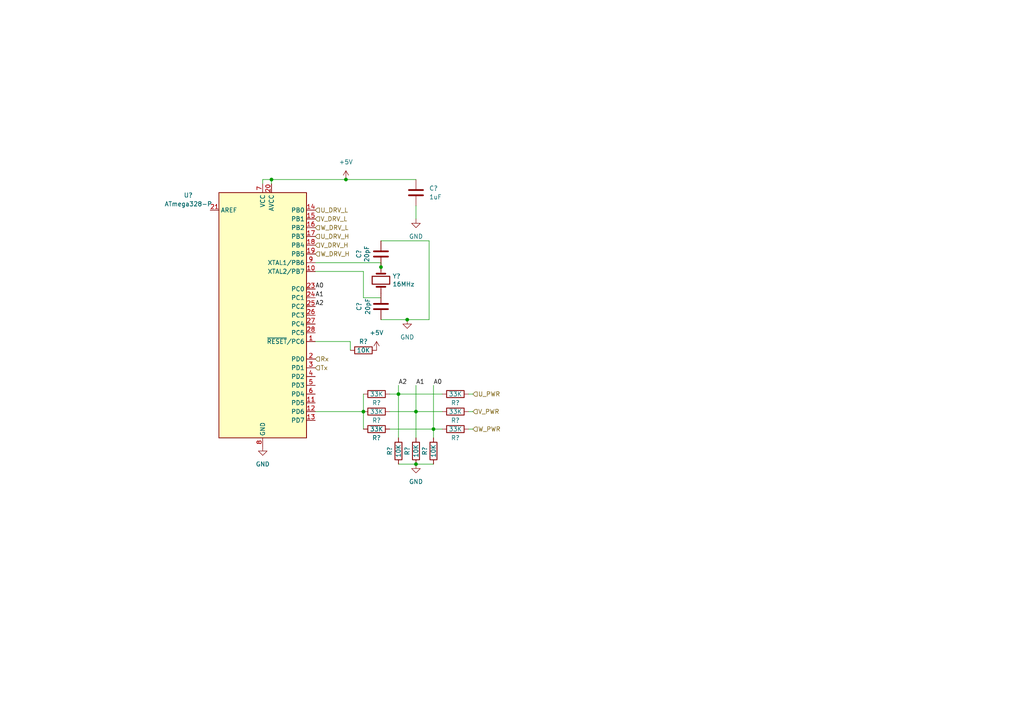
<source format=kicad_sch>
(kicad_sch (version 20211123) (generator eeschema)

  (uuid 8b721c8e-d975-43dc-b5fe-1f51b5e71672)

  (paper "A4")

  (lib_symbols
    (symbol "Device:C" (pin_numbers hide) (pin_names (offset 0.254)) (in_bom yes) (on_board yes)
      (property "Reference" "C" (id 0) (at 0.635 2.54 0)
        (effects (font (size 1.27 1.27)) (justify left))
      )
      (property "Value" "C" (id 1) (at 0.635 -2.54 0)
        (effects (font (size 1.27 1.27)) (justify left))
      )
      (property "Footprint" "" (id 2) (at 0.9652 -3.81 0)
        (effects (font (size 1.27 1.27)) hide)
      )
      (property "Datasheet" "~" (id 3) (at 0 0 0)
        (effects (font (size 1.27 1.27)) hide)
      )
      (property "ki_keywords" "cap capacitor" (id 4) (at 0 0 0)
        (effects (font (size 1.27 1.27)) hide)
      )
      (property "ki_description" "Unpolarized capacitor" (id 5) (at 0 0 0)
        (effects (font (size 1.27 1.27)) hide)
      )
      (property "ki_fp_filters" "C_*" (id 6) (at 0 0 0)
        (effects (font (size 1.27 1.27)) hide)
      )
      (symbol "C_0_1"
        (polyline
          (pts
            (xy -2.032 -0.762)
            (xy 2.032 -0.762)
          )
          (stroke (width 0.508) (type default) (color 0 0 0 0))
          (fill (type none))
        )
        (polyline
          (pts
            (xy -2.032 0.762)
            (xy 2.032 0.762)
          )
          (stroke (width 0.508) (type default) (color 0 0 0 0))
          (fill (type none))
        )
      )
      (symbol "C_1_1"
        (pin passive line (at 0 3.81 270) (length 2.794)
          (name "~" (effects (font (size 1.27 1.27))))
          (number "1" (effects (font (size 1.27 1.27))))
        )
        (pin passive line (at 0 -3.81 90) (length 2.794)
          (name "~" (effects (font (size 1.27 1.27))))
          (number "2" (effects (font (size 1.27 1.27))))
        )
      )
    )
    (symbol "Device:Crystal" (pin_numbers hide) (pin_names (offset 1.016) hide) (in_bom yes) (on_board yes)
      (property "Reference" "Y" (id 0) (at 0 3.81 0)
        (effects (font (size 1.27 1.27)))
      )
      (property "Value" "Crystal" (id 1) (at 0 -3.81 0)
        (effects (font (size 1.27 1.27)))
      )
      (property "Footprint" "" (id 2) (at 0 0 0)
        (effects (font (size 1.27 1.27)) hide)
      )
      (property "Datasheet" "~" (id 3) (at 0 0 0)
        (effects (font (size 1.27 1.27)) hide)
      )
      (property "ki_keywords" "quartz ceramic resonator oscillator" (id 4) (at 0 0 0)
        (effects (font (size 1.27 1.27)) hide)
      )
      (property "ki_description" "Two pin crystal" (id 5) (at 0 0 0)
        (effects (font (size 1.27 1.27)) hide)
      )
      (property "ki_fp_filters" "Crystal*" (id 6) (at 0 0 0)
        (effects (font (size 1.27 1.27)) hide)
      )
      (symbol "Crystal_0_1"
        (rectangle (start -1.143 2.54) (end 1.143 -2.54)
          (stroke (width 0.3048) (type default) (color 0 0 0 0))
          (fill (type none))
        )
        (polyline
          (pts
            (xy -2.54 0)
            (xy -1.905 0)
          )
          (stroke (width 0) (type default) (color 0 0 0 0))
          (fill (type none))
        )
        (polyline
          (pts
            (xy -1.905 -1.27)
            (xy -1.905 1.27)
          )
          (stroke (width 0.508) (type default) (color 0 0 0 0))
          (fill (type none))
        )
        (polyline
          (pts
            (xy 1.905 -1.27)
            (xy 1.905 1.27)
          )
          (stroke (width 0.508) (type default) (color 0 0 0 0))
          (fill (type none))
        )
        (polyline
          (pts
            (xy 2.54 0)
            (xy 1.905 0)
          )
          (stroke (width 0) (type default) (color 0 0 0 0))
          (fill (type none))
        )
      )
      (symbol "Crystal_1_1"
        (pin passive line (at -3.81 0 0) (length 1.27)
          (name "1" (effects (font (size 1.27 1.27))))
          (number "1" (effects (font (size 1.27 1.27))))
        )
        (pin passive line (at 3.81 0 180) (length 1.27)
          (name "2" (effects (font (size 1.27 1.27))))
          (number "2" (effects (font (size 1.27 1.27))))
        )
      )
    )
    (symbol "Device:R" (pin_numbers hide) (pin_names (offset 0)) (in_bom yes) (on_board yes)
      (property "Reference" "R" (id 0) (at 2.032 0 90)
        (effects (font (size 1.27 1.27)))
      )
      (property "Value" "R" (id 1) (at 0 0 90)
        (effects (font (size 1.27 1.27)))
      )
      (property "Footprint" "" (id 2) (at -1.778 0 90)
        (effects (font (size 1.27 1.27)) hide)
      )
      (property "Datasheet" "~" (id 3) (at 0 0 0)
        (effects (font (size 1.27 1.27)) hide)
      )
      (property "ki_keywords" "R res resistor" (id 4) (at 0 0 0)
        (effects (font (size 1.27 1.27)) hide)
      )
      (property "ki_description" "Resistor" (id 5) (at 0 0 0)
        (effects (font (size 1.27 1.27)) hide)
      )
      (property "ki_fp_filters" "R_*" (id 6) (at 0 0 0)
        (effects (font (size 1.27 1.27)) hide)
      )
      (symbol "R_0_1"
        (rectangle (start -1.016 -2.54) (end 1.016 2.54)
          (stroke (width 0.254) (type default) (color 0 0 0 0))
          (fill (type none))
        )
      )
      (symbol "R_1_1"
        (pin passive line (at 0 3.81 270) (length 1.27)
          (name "~" (effects (font (size 1.27 1.27))))
          (number "1" (effects (font (size 1.27 1.27))))
        )
        (pin passive line (at 0 -3.81 90) (length 1.27)
          (name "~" (effects (font (size 1.27 1.27))))
          (number "2" (effects (font (size 1.27 1.27))))
        )
      )
    )
    (symbol "MCU_Microchip_ATmega:ATmega328-P" (in_bom yes) (on_board yes)
      (property "Reference" "U" (id 0) (at -12.7 36.83 0)
        (effects (font (size 1.27 1.27)) (justify left bottom))
      )
      (property "Value" "ATmega328-P" (id 1) (at 2.54 -36.83 0)
        (effects (font (size 1.27 1.27)) (justify left top))
      )
      (property "Footprint" "Package_DIP:DIP-28_W7.62mm" (id 2) (at 0 0 0)
        (effects (font (size 1.27 1.27) italic) hide)
      )
      (property "Datasheet" "http://ww1.microchip.com/downloads/en/DeviceDoc/ATmega328_P%20AVR%20MCU%20with%20picoPower%20Technology%20Data%20Sheet%2040001984A.pdf" (id 3) (at 0 0 0)
        (effects (font (size 1.27 1.27)) hide)
      )
      (property "ki_keywords" "AVR 8bit Microcontroller MegaAVR" (id 4) (at 0 0 0)
        (effects (font (size 1.27 1.27)) hide)
      )
      (property "ki_description" "20MHz, 32kB Flash, 2kB SRAM, 1kB EEPROM, DIP-28" (id 5) (at 0 0 0)
        (effects (font (size 1.27 1.27)) hide)
      )
      (property "ki_fp_filters" "DIP*W7.62mm*" (id 6) (at 0 0 0)
        (effects (font (size 1.27 1.27)) hide)
      )
      (symbol "ATmega328-P_0_1"
        (rectangle (start -12.7 -35.56) (end 12.7 35.56)
          (stroke (width 0.254) (type default) (color 0 0 0 0))
          (fill (type background))
        )
      )
      (symbol "ATmega328-P_1_1"
        (pin bidirectional line (at 15.24 -7.62 180) (length 2.54)
          (name "~{RESET}/PC6" (effects (font (size 1.27 1.27))))
          (number "1" (effects (font (size 1.27 1.27))))
        )
        (pin bidirectional line (at 15.24 12.7 180) (length 2.54)
          (name "XTAL2/PB7" (effects (font (size 1.27 1.27))))
          (number "10" (effects (font (size 1.27 1.27))))
        )
        (pin bidirectional line (at 15.24 -25.4 180) (length 2.54)
          (name "PD5" (effects (font (size 1.27 1.27))))
          (number "11" (effects (font (size 1.27 1.27))))
        )
        (pin bidirectional line (at 15.24 -27.94 180) (length 2.54)
          (name "PD6" (effects (font (size 1.27 1.27))))
          (number "12" (effects (font (size 1.27 1.27))))
        )
        (pin bidirectional line (at 15.24 -30.48 180) (length 2.54)
          (name "PD7" (effects (font (size 1.27 1.27))))
          (number "13" (effects (font (size 1.27 1.27))))
        )
        (pin bidirectional line (at 15.24 30.48 180) (length 2.54)
          (name "PB0" (effects (font (size 1.27 1.27))))
          (number "14" (effects (font (size 1.27 1.27))))
        )
        (pin bidirectional line (at 15.24 27.94 180) (length 2.54)
          (name "PB1" (effects (font (size 1.27 1.27))))
          (number "15" (effects (font (size 1.27 1.27))))
        )
        (pin bidirectional line (at 15.24 25.4 180) (length 2.54)
          (name "PB2" (effects (font (size 1.27 1.27))))
          (number "16" (effects (font (size 1.27 1.27))))
        )
        (pin bidirectional line (at 15.24 22.86 180) (length 2.54)
          (name "PB3" (effects (font (size 1.27 1.27))))
          (number "17" (effects (font (size 1.27 1.27))))
        )
        (pin bidirectional line (at 15.24 20.32 180) (length 2.54)
          (name "PB4" (effects (font (size 1.27 1.27))))
          (number "18" (effects (font (size 1.27 1.27))))
        )
        (pin bidirectional line (at 15.24 17.78 180) (length 2.54)
          (name "PB5" (effects (font (size 1.27 1.27))))
          (number "19" (effects (font (size 1.27 1.27))))
        )
        (pin bidirectional line (at 15.24 -12.7 180) (length 2.54)
          (name "PD0" (effects (font (size 1.27 1.27))))
          (number "2" (effects (font (size 1.27 1.27))))
        )
        (pin power_in line (at 2.54 38.1 270) (length 2.54)
          (name "AVCC" (effects (font (size 1.27 1.27))))
          (number "20" (effects (font (size 1.27 1.27))))
        )
        (pin passive line (at -15.24 30.48 0) (length 2.54)
          (name "AREF" (effects (font (size 1.27 1.27))))
          (number "21" (effects (font (size 1.27 1.27))))
        )
        (pin passive line (at 0 -38.1 90) (length 2.54) hide
          (name "GND" (effects (font (size 1.27 1.27))))
          (number "22" (effects (font (size 1.27 1.27))))
        )
        (pin bidirectional line (at 15.24 7.62 180) (length 2.54)
          (name "PC0" (effects (font (size 1.27 1.27))))
          (number "23" (effects (font (size 1.27 1.27))))
        )
        (pin bidirectional line (at 15.24 5.08 180) (length 2.54)
          (name "PC1" (effects (font (size 1.27 1.27))))
          (number "24" (effects (font (size 1.27 1.27))))
        )
        (pin bidirectional line (at 15.24 2.54 180) (length 2.54)
          (name "PC2" (effects (font (size 1.27 1.27))))
          (number "25" (effects (font (size 1.27 1.27))))
        )
        (pin bidirectional line (at 15.24 0 180) (length 2.54)
          (name "PC3" (effects (font (size 1.27 1.27))))
          (number "26" (effects (font (size 1.27 1.27))))
        )
        (pin bidirectional line (at 15.24 -2.54 180) (length 2.54)
          (name "PC4" (effects (font (size 1.27 1.27))))
          (number "27" (effects (font (size 1.27 1.27))))
        )
        (pin bidirectional line (at 15.24 -5.08 180) (length 2.54)
          (name "PC5" (effects (font (size 1.27 1.27))))
          (number "28" (effects (font (size 1.27 1.27))))
        )
        (pin bidirectional line (at 15.24 -15.24 180) (length 2.54)
          (name "PD1" (effects (font (size 1.27 1.27))))
          (number "3" (effects (font (size 1.27 1.27))))
        )
        (pin bidirectional line (at 15.24 -17.78 180) (length 2.54)
          (name "PD2" (effects (font (size 1.27 1.27))))
          (number "4" (effects (font (size 1.27 1.27))))
        )
        (pin bidirectional line (at 15.24 -20.32 180) (length 2.54)
          (name "PD3" (effects (font (size 1.27 1.27))))
          (number "5" (effects (font (size 1.27 1.27))))
        )
        (pin bidirectional line (at 15.24 -22.86 180) (length 2.54)
          (name "PD4" (effects (font (size 1.27 1.27))))
          (number "6" (effects (font (size 1.27 1.27))))
        )
        (pin power_in line (at 0 38.1 270) (length 2.54)
          (name "VCC" (effects (font (size 1.27 1.27))))
          (number "7" (effects (font (size 1.27 1.27))))
        )
        (pin power_in line (at 0 -38.1 90) (length 2.54)
          (name "GND" (effects (font (size 1.27 1.27))))
          (number "8" (effects (font (size 1.27 1.27))))
        )
        (pin bidirectional line (at 15.24 15.24 180) (length 2.54)
          (name "XTAL1/PB6" (effects (font (size 1.27 1.27))))
          (number "9" (effects (font (size 1.27 1.27))))
        )
      )
    )
    (symbol "power:+5V" (power) (pin_names (offset 0)) (in_bom yes) (on_board yes)
      (property "Reference" "#PWR" (id 0) (at 0 -3.81 0)
        (effects (font (size 1.27 1.27)) hide)
      )
      (property "Value" "+5V" (id 1) (at 0 3.556 0)
        (effects (font (size 1.27 1.27)))
      )
      (property "Footprint" "" (id 2) (at 0 0 0)
        (effects (font (size 1.27 1.27)) hide)
      )
      (property "Datasheet" "" (id 3) (at 0 0 0)
        (effects (font (size 1.27 1.27)) hide)
      )
      (property "ki_keywords" "power-flag" (id 4) (at 0 0 0)
        (effects (font (size 1.27 1.27)) hide)
      )
      (property "ki_description" "Power symbol creates a global label with name \"+5V\"" (id 5) (at 0 0 0)
        (effects (font (size 1.27 1.27)) hide)
      )
      (symbol "+5V_0_1"
        (polyline
          (pts
            (xy -0.762 1.27)
            (xy 0 2.54)
          )
          (stroke (width 0) (type default) (color 0 0 0 0))
          (fill (type none))
        )
        (polyline
          (pts
            (xy 0 0)
            (xy 0 2.54)
          )
          (stroke (width 0) (type default) (color 0 0 0 0))
          (fill (type none))
        )
        (polyline
          (pts
            (xy 0 2.54)
            (xy 0.762 1.27)
          )
          (stroke (width 0) (type default) (color 0 0 0 0))
          (fill (type none))
        )
      )
      (symbol "+5V_1_1"
        (pin power_in line (at 0 0 90) (length 0) hide
          (name "+5V" (effects (font (size 1.27 1.27))))
          (number "1" (effects (font (size 1.27 1.27))))
        )
      )
    )
    (symbol "power:GND" (power) (pin_names (offset 0)) (in_bom yes) (on_board yes)
      (property "Reference" "#PWR" (id 0) (at 0 -6.35 0)
        (effects (font (size 1.27 1.27)) hide)
      )
      (property "Value" "GND" (id 1) (at 0 -3.81 0)
        (effects (font (size 1.27 1.27)))
      )
      (property "Footprint" "" (id 2) (at 0 0 0)
        (effects (font (size 1.27 1.27)) hide)
      )
      (property "Datasheet" "" (id 3) (at 0 0 0)
        (effects (font (size 1.27 1.27)) hide)
      )
      (property "ki_keywords" "power-flag" (id 4) (at 0 0 0)
        (effects (font (size 1.27 1.27)) hide)
      )
      (property "ki_description" "Power symbol creates a global label with name \"GND\" , ground" (id 5) (at 0 0 0)
        (effects (font (size 1.27 1.27)) hide)
      )
      (symbol "GND_0_1"
        (polyline
          (pts
            (xy 0 0)
            (xy 0 -1.27)
            (xy 1.27 -1.27)
            (xy 0 -2.54)
            (xy -1.27 -1.27)
            (xy 0 -1.27)
          )
          (stroke (width 0) (type default) (color 0 0 0 0))
          (fill (type none))
        )
      )
      (symbol "GND_1_1"
        (pin power_in line (at 0 0 270) (length 0) hide
          (name "GND" (effects (font (size 1.27 1.27))))
          (number "1" (effects (font (size 1.27 1.27))))
        )
      )
    )
  )

  (junction (at 118.11 92.71) (diameter 0) (color 0 0 0 0)
    (uuid 01024d27-e392-4482-9e67-565b0c294fe8)
  )
  (junction (at 120.65 119.38) (diameter 0) (color 0 0 0 0)
    (uuid 0500234b-8955-41bd-86d9-11f52115ebd0)
  )
  (junction (at 125.73 124.46) (diameter 0) (color 0 0 0 0)
    (uuid 0802584c-c668-4e15-8b69-8a41a7fec4e2)
  )
  (junction (at 110.49 77.47) (diameter 0) (color 0 0 0 0)
    (uuid 4160bbf7-ffff-4c5c-a647-5ee58ddecf06)
  )
  (junction (at 100.33 52.07) (diameter 0) (color 0 0 0 0)
    (uuid 6ae963fb-e34f-4e11-9adf-78839a5b2ef1)
  )
  (junction (at 78.74 52.07) (diameter 0) (color 0 0 0 0)
    (uuid 73ee7e03-97a8-4121-b568-c25f3934a935)
  )
  (junction (at 115.57 114.3) (diameter 0) (color 0 0 0 0)
    (uuid a7e47135-3716-4505-b6f4-236a6cb3b8a0)
  )
  (junction (at 105.41 119.38) (diameter 0) (color 0 0 0 0)
    (uuid a8a38134-1162-4420-895e-cea5e22bd89a)
  )
  (junction (at 120.65 134.62) (diameter 0) (color 0 0 0 0)
    (uuid f3126398-28cc-42f0-9706-a50b018335b0)
  )

  (wire (pts (xy 125.73 111.76) (xy 125.73 124.46))
    (stroke (width 0) (type default) (color 0 0 0 0))
    (uuid 01f41550-99e1-498a-af5a-e14d8bb3f1c1)
  )
  (wire (pts (xy 124.46 69.85) (xy 124.46 92.71))
    (stroke (width 0) (type default) (color 0 0 0 0))
    (uuid 044dde97-ee2e-473a-9264-ed4dff1893a5)
  )
  (wire (pts (xy 113.03 119.38) (xy 120.65 119.38))
    (stroke (width 0) (type default) (color 0 0 0 0))
    (uuid 06c97e15-c76e-4b30-9020-eb893edf6d7c)
  )
  (wire (pts (xy 137.16 119.38) (xy 135.89 119.38))
    (stroke (width 0) (type default) (color 0 0 0 0))
    (uuid 0c3956ae-68c1-46c1-8daa-281a23e8692a)
  )
  (wire (pts (xy 110.49 76.2) (xy 110.49 77.47))
    (stroke (width 0) (type default) (color 0 0 0 0))
    (uuid 112371bd-7aa2-4b47-b184-50d12afc2534)
  )
  (wire (pts (xy 125.73 124.46) (xy 125.73 127))
    (stroke (width 0) (type default) (color 0 0 0 0))
    (uuid 152fb1b6-9a90-4d93-b88e-098de64ff5c5)
  )
  (wire (pts (xy 78.74 52.07) (xy 100.33 52.07))
    (stroke (width 0) (type default) (color 0 0 0 0))
    (uuid 2102c637-9f11-48f1-aae6-b4139dc22be2)
  )
  (wire (pts (xy 105.41 119.38) (xy 105.41 124.46))
    (stroke (width 0) (type default) (color 0 0 0 0))
    (uuid 210b655c-93a6-41c5-b97b-6734982f695d)
  )
  (wire (pts (xy 105.41 86.36) (xy 105.41 78.74))
    (stroke (width 0) (type default) (color 0 0 0 0))
    (uuid 251669f2-aed1-46fe-b2e4-9582ff1e4084)
  )
  (wire (pts (xy 137.16 114.3) (xy 135.89 114.3))
    (stroke (width 0) (type default) (color 0 0 0 0))
    (uuid 2817fdcf-96b1-4326-beda-ea60367600a3)
  )
  (wire (pts (xy 78.74 52.07) (xy 78.74 53.34))
    (stroke (width 0) (type default) (color 0 0 0 0))
    (uuid 291935ec-f8ff-41f0-8717-e68b8af7b8c1)
  )
  (wire (pts (xy 120.65 134.62) (xy 125.73 134.62))
    (stroke (width 0) (type default) (color 0 0 0 0))
    (uuid 2f4d3bb5-3168-46f9-b83e-9f683cf45b44)
  )
  (wire (pts (xy 105.41 78.74) (xy 91.44 78.74))
    (stroke (width 0) (type default) (color 0 0 0 0))
    (uuid 311665d9-0fab-4325-8b46-f3638bf521df)
  )
  (wire (pts (xy 110.49 86.36) (xy 105.41 86.36))
    (stroke (width 0) (type default) (color 0 0 0 0))
    (uuid 3198b8ca-7d11-4e0c-89a4-c173f9fcf724)
  )
  (wire (pts (xy 120.65 119.38) (xy 120.65 127))
    (stroke (width 0) (type default) (color 0 0 0 0))
    (uuid 392917f1-a65b-454b-8984-49ea7853e5a5)
  )
  (wire (pts (xy 76.2 52.07) (xy 76.2 53.34))
    (stroke (width 0) (type default) (color 0 0 0 0))
    (uuid 49a65079-57a9-46fc-8711-1d7f2cab8dbf)
  )
  (wire (pts (xy 91.44 119.38) (xy 105.41 119.38))
    (stroke (width 0) (type default) (color 0 0 0 0))
    (uuid 4fa091f7-dfac-4e04-83bd-f0cd7abaf046)
  )
  (wire (pts (xy 120.65 59.69) (xy 120.65 63.5))
    (stroke (width 0) (type default) (color 0 0 0 0))
    (uuid 645bdbdc-8f65-42ef-a021-2d3e7d74a739)
  )
  (wire (pts (xy 110.49 92.71) (xy 118.11 92.71))
    (stroke (width 0) (type default) (color 0 0 0 0))
    (uuid 661ca2ba-bce5-4308-99a6-de333a625515)
  )
  (wire (pts (xy 101.6 99.06) (xy 101.6 101.6))
    (stroke (width 0) (type default) (color 0 0 0 0))
    (uuid 7582a530-a952-46c1-b7eb-75006524ba29)
  )
  (wire (pts (xy 91.44 76.2) (xy 110.49 76.2))
    (stroke (width 0) (type default) (color 0 0 0 0))
    (uuid 7ca71fec-e7f1-454f-9196-b80d15925fff)
  )
  (wire (pts (xy 105.41 114.3) (xy 105.41 119.38))
    (stroke (width 0) (type default) (color 0 0 0 0))
    (uuid 851b7e7d-e0ed-49e0-84fb-334d002656df)
  )
  (wire (pts (xy 113.03 114.3) (xy 115.57 114.3))
    (stroke (width 0) (type default) (color 0 0 0 0))
    (uuid 8628e550-83cc-4680-99c1-567370e3c220)
  )
  (wire (pts (xy 78.74 52.07) (xy 76.2 52.07))
    (stroke (width 0) (type default) (color 0 0 0 0))
    (uuid 87ba184f-bff5-4989-8217-6af375cc3dd8)
  )
  (wire (pts (xy 137.16 124.46) (xy 135.89 124.46))
    (stroke (width 0) (type default) (color 0 0 0 0))
    (uuid 8a6f3234-1d29-4685-a956-7e6a17e6c5ed)
  )
  (wire (pts (xy 110.49 69.85) (xy 124.46 69.85))
    (stroke (width 0) (type default) (color 0 0 0 0))
    (uuid 8ae05d37-86b4-45ea-800f-f1f9fb167857)
  )
  (wire (pts (xy 120.65 119.38) (xy 128.27 119.38))
    (stroke (width 0) (type default) (color 0 0 0 0))
    (uuid 9e98b482-5a3b-4660-b564-463a90944ca8)
  )
  (wire (pts (xy 100.33 52.07) (xy 120.65 52.07))
    (stroke (width 0) (type default) (color 0 0 0 0))
    (uuid aae6bc05-6036-4fc6-8be7-c70daf5c8932)
  )
  (wire (pts (xy 115.57 114.3) (xy 115.57 127))
    (stroke (width 0) (type default) (color 0 0 0 0))
    (uuid c067dd8c-59c0-4b84-aaf0-4ab892e76db4)
  )
  (wire (pts (xy 113.03 124.46) (xy 125.73 124.46))
    (stroke (width 0) (type default) (color 0 0 0 0))
    (uuid c3dd4e3d-1fd5-49fe-863d-80a35ddc804f)
  )
  (wire (pts (xy 91.44 99.06) (xy 101.6 99.06))
    (stroke (width 0) (type default) (color 0 0 0 0))
    (uuid d115a0df-1034-4583-83af-ff1cb8acfa17)
  )
  (wire (pts (xy 118.11 92.71) (xy 124.46 92.71))
    (stroke (width 0) (type default) (color 0 0 0 0))
    (uuid d70d1cd3-1668-4688-8eb7-f773efb7bb87)
  )
  (wire (pts (xy 115.57 134.62) (xy 120.65 134.62))
    (stroke (width 0) (type default) (color 0 0 0 0))
    (uuid da19c195-6c6c-49e8-939b-1c592390049a)
  )
  (wire (pts (xy 120.65 111.76) (xy 120.65 119.38))
    (stroke (width 0) (type default) (color 0 0 0 0))
    (uuid dd276661-2d5a-48c6-b5f4-6d82affaecba)
  )
  (wire (pts (xy 115.57 114.3) (xy 128.27 114.3))
    (stroke (width 0) (type default) (color 0 0 0 0))
    (uuid e1619e54-46af-4351-a413-0e84f23f97d6)
  )
  (wire (pts (xy 125.73 124.46) (xy 128.27 124.46))
    (stroke (width 0) (type default) (color 0 0 0 0))
    (uuid e5165473-db92-46f2-a739-615850133a9c)
  )
  (wire (pts (xy 115.57 111.76) (xy 115.57 114.3))
    (stroke (width 0) (type default) (color 0 0 0 0))
    (uuid fe25768b-9517-416a-bbe6-b2792a74c175)
  )

  (label "A0" (at 91.44 83.82 0)
    (effects (font (size 1.27 1.27)) (justify left bottom))
    (uuid 0621318f-519b-43ab-8e0a-8f86bad3ea1a)
  )
  (label "A2" (at 115.57 111.76 0)
    (effects (font (size 1.27 1.27)) (justify left bottom))
    (uuid 1e132764-93b1-47ff-84f1-259ff0c8acbb)
  )
  (label "A2" (at 91.44 88.9 0)
    (effects (font (size 1.27 1.27)) (justify left bottom))
    (uuid 57b49282-fbb1-4ff6-aead-7d07f2d541a8)
  )
  (label "A0" (at 125.73 111.76 0)
    (effects (font (size 1.27 1.27)) (justify left bottom))
    (uuid 64ec0bcc-32d6-466d-9e09-9cd14ee111a0)
  )
  (label "A1" (at 91.44 86.36 0)
    (effects (font (size 1.27 1.27)) (justify left bottom))
    (uuid 9838c2c6-75b1-4186-8ac3-fa6ad3b08f79)
  )
  (label "A1" (at 120.65 111.76 0)
    (effects (font (size 1.27 1.27)) (justify left bottom))
    (uuid c49b6d5e-1628-4785-8896-4023a42453d8)
  )

  (hierarchical_label "Tx" (shape input) (at 91.44 106.68 0)
    (effects (font (size 1.27 1.27)) (justify left))
    (uuid 0062c1c1-da15-400d-8d2a-c36fb0fc2d16)
  )
  (hierarchical_label "W_DRV_L" (shape input) (at 91.44 66.04 0)
    (effects (font (size 1.27 1.27)) (justify left))
    (uuid 02f59ec8-9e35-4f4f-ad74-c5620a79c783)
  )
  (hierarchical_label "Rx" (shape input) (at 91.44 104.14 0)
    (effects (font (size 1.27 1.27)) (justify left))
    (uuid 1df1704f-11ef-4e26-bc71-e06cc263303c)
  )
  (hierarchical_label "U_PWR" (shape input) (at 137.16 114.3 0)
    (effects (font (size 1.27 1.27)) (justify left))
    (uuid 4373547b-d3a9-4735-9a12-7e388d4b1d9d)
  )
  (hierarchical_label "W_PWR" (shape input) (at 137.16 124.46 0)
    (effects (font (size 1.27 1.27)) (justify left))
    (uuid 4c8c89f9-3c0d-404e-95f9-cdd2a6374af3)
  )
  (hierarchical_label "V_DRV_H" (shape input) (at 91.44 71.12 0)
    (effects (font (size 1.27 1.27)) (justify left))
    (uuid 8169d4fd-7340-4b55-8dbc-4c198c95be4a)
  )
  (hierarchical_label "V_DRV_L" (shape input) (at 91.44 63.5 0)
    (effects (font (size 1.27 1.27)) (justify left))
    (uuid 845fdfbc-c464-442f-8ca4-945189100ea0)
  )
  (hierarchical_label "U_DRV_L" (shape input) (at 91.44 60.96 0)
    (effects (font (size 1.27 1.27)) (justify left))
    (uuid 966da41f-7bd6-4c80-bba8-83d73a7d684a)
  )
  (hierarchical_label "W_DRV_H" (shape input) (at 91.44 73.66 0)
    (effects (font (size 1.27 1.27)) (justify left))
    (uuid b48d4f28-6cc4-42a3-99e8-0de40e9f1f61)
  )
  (hierarchical_label "V_PWR" (shape input) (at 137.16 119.38 0)
    (effects (font (size 1.27 1.27)) (justify left))
    (uuid c7c0e390-c203-4145-83d2-d45b2a38bf27)
  )
  (hierarchical_label "U_DRV_H" (shape input) (at 91.44 68.58 0)
    (effects (font (size 1.27 1.27)) (justify left))
    (uuid d8004053-a96a-4db9-be88-aefe8064c65c)
  )

  (symbol (lib_id "Device:Crystal") (at 110.49 81.28 270) (unit 1)
    (in_bom yes) (on_board yes)
    (uuid 04d60995-4f82-4f17-8f82-2f27a0a779cc)
    (property "Reference" "Y2" (id 0) (at 113.8174 80.1116 90)
      (effects (font (size 1.27 1.27)) (justify left))
    )
    (property "Value" "16MHz" (id 1) (at 113.8174 82.423 90)
      (effects (font (size 1.27 1.27)) (justify left))
    )
    (property "Footprint" "Crystal:Crystal_HC49-4H_Vertical" (id 2) (at 110.49 81.28 0)
      (effects (font (size 1.27 1.27)) hide)
    )
    (property "Datasheet" "~" (id 3) (at 110.49 81.28 0)
      (effects (font (size 1.27 1.27)) hide)
    )
    (pin "1" (uuid f74eb612-4697-4cb4-afe4-9f94828b954d))
    (pin "2" (uuid 72cc7949-68f8-4ef8-adcb-a65c1d042672))
  )

  (symbol (lib_id "Device:R") (at 132.08 119.38 270) (unit 1)
    (in_bom yes) (on_board yes)
    (uuid 14b48ff7-2689-4ad3-a776-56542169a624)
    (property "Reference" "R48" (id 0) (at 132.08 121.92 90))
    (property "Value" "33K" (id 1) (at 132.08 119.38 90))
    (property "Footprint" "Resistor_SMD:R_0805_2012Metric" (id 2) (at 132.08 117.602 90)
      (effects (font (size 1.27 1.27)) hide)
    )
    (property "Datasheet" "~" (id 3) (at 132.08 119.38 0)
      (effects (font (size 1.27 1.27)) hide)
    )
    (pin "1" (uuid 170bca34-acac-4cd5-b99c-6601920a35a5))
    (pin "2" (uuid ccb8b494-fe84-461b-9a63-27d693a9ab72))
  )

  (symbol (lib_id "power:GND") (at 120.65 134.62 0) (unit 1)
    (in_bom yes) (on_board yes) (fields_autoplaced)
    (uuid 1800cf6b-f2e4-45f9-8167-0bc124adae8d)
    (property "Reference" "#PWR0141" (id 0) (at 120.65 140.97 0)
      (effects (font (size 1.27 1.27)) hide)
    )
    (property "Value" "GND" (id 1) (at 120.65 139.7 0))
    (property "Footprint" "" (id 2) (at 120.65 134.62 0)
      (effects (font (size 1.27 1.27)) hide)
    )
    (property "Datasheet" "" (id 3) (at 120.65 134.62 0)
      (effects (font (size 1.27 1.27)) hide)
    )
    (pin "1" (uuid edc8710f-a8e7-4ba3-afb4-70e13b013eab))
  )

  (symbol (lib_id "Device:R") (at 109.22 124.46 270) (unit 1)
    (in_bom yes) (on_board yes)
    (uuid 1956c8df-94c6-4445-b256-34a1d7d28a4d)
    (property "Reference" "R43" (id 0) (at 109.22 127 90))
    (property "Value" "33K" (id 1) (at 109.22 124.46 90))
    (property "Footprint" "Resistor_SMD:R_0805_2012Metric" (id 2) (at 109.22 122.682 90)
      (effects (font (size 1.27 1.27)) hide)
    )
    (property "Datasheet" "~" (id 3) (at 109.22 124.46 0)
      (effects (font (size 1.27 1.27)) hide)
    )
    (pin "1" (uuid f2f4c15a-ff5d-438c-a4cd-199c22955067))
    (pin "2" (uuid 79a8c7f0-65a5-4428-9aef-5a87fd97bddf))
  )

  (symbol (lib_id "Device:R") (at 105.41 101.6 90) (unit 1)
    (in_bom yes) (on_board yes)
    (uuid 1b98de85-f9de-4825-baf2-c96991615275)
    (property "Reference" "R40" (id 0) (at 105.41 99.06 90))
    (property "Value" "10K" (id 1) (at 105.41 101.6 90))
    (property "Footprint" "Resistor_SMD:R_0805_2012Metric" (id 2) (at 105.41 103.378 90)
      (effects (font (size 1.27 1.27)) hide)
    )
    (property "Datasheet" "~" (id 3) (at 105.41 101.6 0)
      (effects (font (size 1.27 1.27)) hide)
    )
    (pin "1" (uuid 0938c137-668b-4d2f-b92b-cadb1df72bdb))
    (pin "2" (uuid 74096bdc-b668-408c-af3a-b048c20bd605))
  )

  (symbol (lib_id "power:GND") (at 76.2 129.54 0) (unit 1)
    (in_bom yes) (on_board yes) (fields_autoplaced)
    (uuid 3579cf2f-29b0-46b6-a07d-483fb5586322)
    (property "Reference" "#PWR0136" (id 0) (at 76.2 135.89 0)
      (effects (font (size 1.27 1.27)) hide)
    )
    (property "Value" "GND" (id 1) (at 76.2 134.62 0))
    (property "Footprint" "" (id 2) (at 76.2 129.54 0)
      (effects (font (size 1.27 1.27)) hide)
    )
    (property "Datasheet" "" (id 3) (at 76.2 129.54 0)
      (effects (font (size 1.27 1.27)) hide)
    )
    (pin "1" (uuid ef51df0d-fc2c-482b-a0e5-e49bae94f31f))
  )

  (symbol (lib_id "Device:R") (at 115.57 130.81 180) (unit 1)
    (in_bom yes) (on_board yes)
    (uuid 50dec122-56aa-4cde-a2b6-358e30fc9ad4)
    (property "Reference" "R44" (id 0) (at 113.03 130.81 90))
    (property "Value" "10K" (id 1) (at 115.57 130.81 90))
    (property "Footprint" "Resistor_SMD:R_0805_2012Metric" (id 2) (at 117.348 130.81 90)
      (effects (font (size 1.27 1.27)) hide)
    )
    (property "Datasheet" "~" (id 3) (at 115.57 130.81 0)
      (effects (font (size 1.27 1.27)) hide)
    )
    (pin "1" (uuid 2719b101-fb18-4e14-a2c4-5fdbc598dd71))
    (pin "2" (uuid ecb9d5a3-7e86-4d4a-95cd-87b30a841de0))
  )

  (symbol (lib_id "Device:R") (at 132.08 114.3 270) (unit 1)
    (in_bom yes) (on_board yes)
    (uuid 57106b0f-d7e1-4ac5-a294-9d97579b9daf)
    (property "Reference" "R47" (id 0) (at 132.08 116.84 90))
    (property "Value" "33K" (id 1) (at 132.08 114.3 90))
    (property "Footprint" "Resistor_SMD:R_0805_2012Metric" (id 2) (at 132.08 112.522 90)
      (effects (font (size 1.27 1.27)) hide)
    )
    (property "Datasheet" "~" (id 3) (at 132.08 114.3 0)
      (effects (font (size 1.27 1.27)) hide)
    )
    (pin "1" (uuid a31b0eb8-7957-4607-ba79-2e0d398abf0c))
    (pin "2" (uuid 49461f77-7dfe-458c-ad28-0bcebd76cc56))
  )

  (symbol (lib_id "power:GND") (at 118.11 92.71 0) (unit 1)
    (in_bom yes) (on_board yes) (fields_autoplaced)
    (uuid 59e09498-d26e-4ba7-b47d-fece2ea7c274)
    (property "Reference" "#PWR0139" (id 0) (at 118.11 99.06 0)
      (effects (font (size 1.27 1.27)) hide)
    )
    (property "Value" "GND" (id 1) (at 118.11 97.79 0))
    (property "Footprint" "" (id 2) (at 118.11 92.71 0)
      (effects (font (size 1.27 1.27)) hide)
    )
    (property "Datasheet" "" (id 3) (at 118.11 92.71 0)
      (effects (font (size 1.27 1.27)) hide)
    )
    (pin "1" (uuid ea4f0afc-785b-40cf-8ef1-cbe20404c18b))
  )

  (symbol (lib_id "Device:R") (at 120.65 130.81 180) (unit 1)
    (in_bom yes) (on_board yes)
    (uuid 5edf4000-7676-4e5a-b87b-ac599a169ad5)
    (property "Reference" "R45" (id 0) (at 118.11 130.81 90))
    (property "Value" "10K" (id 1) (at 120.65 130.81 90))
    (property "Footprint" "Resistor_SMD:R_0805_2012Metric" (id 2) (at 122.428 130.81 90)
      (effects (font (size 1.27 1.27)) hide)
    )
    (property "Datasheet" "~" (id 3) (at 120.65 130.81 0)
      (effects (font (size 1.27 1.27)) hide)
    )
    (pin "1" (uuid 2651d18a-2251-4cd5-b8f4-590b15231fe3))
    (pin "2" (uuid eeb4521d-f88d-46bd-8556-75a4a756a9ee))
  )

  (symbol (lib_id "Device:R") (at 109.22 119.38 270) (unit 1)
    (in_bom yes) (on_board yes)
    (uuid 6b9bec98-58ab-4553-81fa-098a51870452)
    (property "Reference" "R42" (id 0) (at 109.22 121.92 90))
    (property "Value" "33K" (id 1) (at 109.22 119.38 90))
    (property "Footprint" "Resistor_SMD:R_0805_2012Metric" (id 2) (at 109.22 117.602 90)
      (effects (font (size 1.27 1.27)) hide)
    )
    (property "Datasheet" "~" (id 3) (at 109.22 119.38 0)
      (effects (font (size 1.27 1.27)) hide)
    )
    (pin "1" (uuid 0d35e6dc-260f-47e9-a406-7156e74db1f4))
    (pin "2" (uuid 8501050e-edc9-4ded-9c9d-dc47c1400d6c))
  )

  (symbol (lib_id "power:+5V") (at 100.33 52.07 0) (unit 1)
    (in_bom yes) (on_board yes) (fields_autoplaced)
    (uuid 8e697b96-cf4c-43ef-b321-8c2422b088bf)
    (property "Reference" "#PWR0138" (id 0) (at 100.33 55.88 0)
      (effects (font (size 1.27 1.27)) hide)
    )
    (property "Value" "+5V" (id 1) (at 100.33 46.99 0))
    (property "Footprint" "" (id 2) (at 100.33 52.07 0)
      (effects (font (size 1.27 1.27)) hide)
    )
    (property "Datasheet" "" (id 3) (at 100.33 52.07 0)
      (effects (font (size 1.27 1.27)) hide)
    )
    (pin "1" (uuid 74855e0d-40e4-4940-a544-edae9207b2ea))
  )

  (symbol (lib_id "Device:C") (at 110.49 88.9 180) (unit 1)
    (in_bom yes) (on_board yes)
    (uuid a10b569c-d672-485d-9c05-2cb4795deeca)
    (property "Reference" "C3" (id 0) (at 104.14 88.9 90))
    (property "Value" "20pF" (id 1) (at 106.68 88.9 90))
    (property "Footprint" "Capacitor_SMD:C_0805_2012Metric" (id 2) (at 109.5248 85.09 0)
      (effects (font (size 1.27 1.27)) hide)
    )
    (property "Datasheet" "~" (id 3) (at 110.49 88.9 0)
      (effects (font (size 1.27 1.27)) hide)
    )
    (pin "1" (uuid db902262-2864-4997-aeff-8abaa132424a))
    (pin "2" (uuid b21625e3-a75b-41d7-9f13-4c0e12ba16cb))
  )

  (symbol (lib_id "Device:R") (at 109.22 114.3 270) (unit 1)
    (in_bom yes) (on_board yes)
    (uuid b7a58df0-6305-4685-8c83-b2b9be9b91f9)
    (property "Reference" "R41" (id 0) (at 109.22 116.84 90))
    (property "Value" "33K" (id 1) (at 109.22 114.3 90))
    (property "Footprint" "Resistor_SMD:R_0805_2012Metric" (id 2) (at 109.22 112.522 90)
      (effects (font (size 1.27 1.27)) hide)
    )
    (property "Datasheet" "~" (id 3) (at 109.22 114.3 0)
      (effects (font (size 1.27 1.27)) hide)
    )
    (pin "1" (uuid d6a62ab9-6965-42cd-837a-aed78739a61b))
    (pin "2" (uuid 4d4578b3-5dc0-4553-827a-dd10be70ab88))
  )

  (symbol (lib_id "MCU_Microchip_ATmega:ATmega328-P") (at 76.2 91.44 0) (unit 1)
    (in_bom yes) (on_board yes) (fields_autoplaced)
    (uuid bf4036b4-c410-489a-b46c-abee2c31db09)
    (property "Reference" "U6" (id 0) (at 54.61 56.6293 0))
    (property "Value" "ATmega328-P" (id 1) (at 54.61 59.1693 0))
    (property "Footprint" "Package_DIP:DIP-28_W7.62mm" (id 2) (at 76.2 91.44 0)
      (effects (font (size 1.27 1.27) italic) hide)
    )
    (property "Datasheet" "http://ww1.microchip.com/downloads/en/DeviceDoc/ATmega328_P%20AVR%20MCU%20with%20picoPower%20Technology%20Data%20Sheet%2040001984A.pdf" (id 3) (at 76.2 91.44 0)
      (effects (font (size 1.27 1.27)) hide)
    )
    (pin "1" (uuid 5cff09b0-b3d4-41a7-a6a4-7f917b40eda9))
    (pin "10" (uuid 5a397f61-35c4-4c18-9dcd-73a2d44cc9af))
    (pin "11" (uuid 0a8dfc5c-35dc-4e44-a2bf-5968ebf90cca))
    (pin "12" (uuid fb1a635e-b207-4b36-b0fb-e877e480e86a))
    (pin "13" (uuid c9badf80-21f8-404a-b5df-18e98bffebf9))
    (pin "14" (uuid c2a9d834-7cb1-4ec5-b0ba-ae56215ff9fc))
    (pin "15" (uuid 97e5f992-979e-4291-bd9a-a77c3fd4b1b5))
    (pin "16" (uuid 91c82043-0b26-427f-b23c-6094224ddfc2))
    (pin "17" (uuid 8615dae0-65cf-4932-8e6f-9a0f32429a5e))
    (pin "18" (uuid b547dd70-2ea7-4cfd-a1ee-911561975d81))
    (pin "19" (uuid 21573090-1953-4b11-9042-108ae79fe9c5))
    (pin "2" (uuid 53719fc4-141e-4c58-98cd-ab3bf9a4e1c0))
    (pin "20" (uuid c5565d96-c729-4597-a74f-7f75befcc39d))
    (pin "21" (uuid fe4869dc-e96e-4bb4-a38d-2ca990635f2d))
    (pin "22" (uuid 2cd3975a-2259-4fa9-8133-e1586b9b9618))
    (pin "23" (uuid 70abf340-8b3e-403e-a5e2-d8f35caa2f87))
    (pin "24" (uuid 7de6564c-7ad6-4d57-a54c-8d2835ff5cdc))
    (pin "25" (uuid dff67d5c-d976-4516-ae67-dbbdb70f8ddd))
    (pin "26" (uuid f6dcb5b4-0971-448a-b9ab-6db37a750704))
    (pin "27" (uuid 68039801-1b0f-480a-861d-d55f24af0c17))
    (pin "28" (uuid af6ac8e6-193c-4bd2-ac0b-7f515b538a8b))
    (pin "3" (uuid 3b6dda98-f455-4961-854e-3c4cceecffcc))
    (pin "4" (uuid 42f10020-b50a-4739-a546-6b63e441c980))
    (pin "5" (uuid eafb53d1-7486-4935-b154-2efbffbed6ca))
    (pin "6" (uuid b55dabdc-b790-4740-9349-75159cff975a))
    (pin "7" (uuid 004b7456-c25a-480f-88f6-723c1bcd9939))
    (pin "8" (uuid b8b15b51-8345-4a1d-8ecf-04fc15b9e450))
    (pin "9" (uuid 832b5a8c-7fe2-47ff-beee-cebf840750bb))
  )

  (symbol (lib_id "Device:R") (at 132.08 124.46 270) (unit 1)
    (in_bom yes) (on_board yes)
    (uuid cdfee64d-d625-4134-b35e-d97ce4bae115)
    (property "Reference" "R49" (id 0) (at 132.08 127 90))
    (property "Value" "33K" (id 1) (at 132.08 124.46 90))
    (property "Footprint" "Resistor_SMD:R_0805_2012Metric" (id 2) (at 132.08 122.682 90)
      (effects (font (size 1.27 1.27)) hide)
    )
    (property "Datasheet" "~" (id 3) (at 132.08 124.46 0)
      (effects (font (size 1.27 1.27)) hide)
    )
    (pin "1" (uuid 80ad2b29-f3e3-4631-9045-c63c497dbbf7))
    (pin "2" (uuid b7bfe7e0-0591-4592-95fc-93662eff2edd))
  )

  (symbol (lib_id "power:+5V") (at 109.22 101.6 0) (unit 1)
    (in_bom yes) (on_board yes) (fields_autoplaced)
    (uuid d53baa32-ba88-4646-9db3-0e9b0f0da4f0)
    (property "Reference" "#PWR0140" (id 0) (at 109.22 105.41 0)
      (effects (font (size 1.27 1.27)) hide)
    )
    (property "Value" "+5V" (id 1) (at 109.22 96.52 0))
    (property "Footprint" "" (id 2) (at 109.22 101.6 0)
      (effects (font (size 1.27 1.27)) hide)
    )
    (property "Datasheet" "" (id 3) (at 109.22 101.6 0)
      (effects (font (size 1.27 1.27)) hide)
    )
    (pin "1" (uuid ef3dded2-639c-45d4-8076-84cfb5189592))
  )

  (symbol (lib_id "Device:R") (at 125.73 130.81 180) (unit 1)
    (in_bom yes) (on_board yes)
    (uuid dc59e8d5-230c-4592-8413-fc71ef6e8ff3)
    (property "Reference" "R46" (id 0) (at 123.19 130.81 90))
    (property "Value" "10K" (id 1) (at 125.73 130.81 90))
    (property "Footprint" "Resistor_SMD:R_0805_2012Metric" (id 2) (at 127.508 130.81 90)
      (effects (font (size 1.27 1.27)) hide)
    )
    (property "Datasheet" "~" (id 3) (at 125.73 130.81 0)
      (effects (font (size 1.27 1.27)) hide)
    )
    (pin "1" (uuid 2e49384f-7dc1-44cc-9711-cac08f6e33c7))
    (pin "2" (uuid c591ef20-f4e6-4639-b729-4affe16aeb93))
  )

  (symbol (lib_id "Device:C") (at 120.65 55.88 0) (unit 1)
    (in_bom yes) (on_board yes) (fields_autoplaced)
    (uuid e4504518-96e7-4c9e-8457-7273f5a490f1)
    (property "Reference" "C4" (id 0) (at 124.46 54.6099 0)
      (effects (font (size 1.27 1.27)) (justify left))
    )
    (property "Value" "1uF" (id 1) (at 124.46 57.1499 0)
      (effects (font (size 1.27 1.27)) (justify left))
    )
    (property "Footprint" "Capacitor_SMD:C_0805_2012Metric" (id 2) (at 121.6152 59.69 0)
      (effects (font (size 1.27 1.27)) hide)
    )
    (property "Datasheet" "~" (id 3) (at 120.65 55.88 0)
      (effects (font (size 1.27 1.27)) hide)
    )
    (pin "1" (uuid 42ecdba3-f348-4384-8d4b-cd21e56f3613))
    (pin "2" (uuid a22bec73-a69c-4ab7-8d8d-f6a6b09f925f))
  )

  (symbol (lib_id "Device:C") (at 110.49 73.66 0) (unit 1)
    (in_bom yes) (on_board yes)
    (uuid efd7a1e0-5bed-4583-a94e-5ccec9e4eb74)
    (property "Reference" "C2" (id 0) (at 104.0892 73.66 90))
    (property "Value" "20pF" (id 1) (at 106.4006 73.66 90))
    (property "Footprint" "Capacitor_SMD:C_0805_2012Metric" (id 2) (at 111.4552 77.47 0)
      (effects (font (size 1.27 1.27)) hide)
    )
    (property "Datasheet" "~" (id 3) (at 110.49 73.66 0)
      (effects (font (size 1.27 1.27)) hide)
    )
    (pin "1" (uuid f7070c76-b83b-43a9-a243-491723819616))
    (pin "2" (uuid f5eb7390-4215-4bb5-bc53-f82f663cc9a5))
  )

  (symbol (lib_id "power:GND") (at 120.65 63.5 0) (unit 1)
    (in_bom yes) (on_board yes) (fields_autoplaced)
    (uuid f220d6a7-3170-4e04-8de6-2df0c3962fe0)
    (property "Reference" "#PWR0137" (id 0) (at 120.65 69.85 0)
      (effects (font (size 1.27 1.27)) hide)
    )
    (property "Value" "GND" (id 1) (at 120.65 68.58 0))
    (property "Footprint" "" (id 2) (at 120.65 63.5 0)
      (effects (font (size 1.27 1.27)) hide)
    )
    (property "Datasheet" "" (id 3) (at 120.65 63.5 0)
      (effects (font (size 1.27 1.27)) hide)
    )
    (pin "1" (uuid 4d2fd49e-2cb2-44d4-8935-68488970d97b))
  )

  (sheet_instances
    (path "/" (page "1"))
  )

  (symbol_instances
    (path "/1800cf6b-f2e4-45f9-8167-0bc124adae8d"
      (reference "#PWR?") (unit 1) (value "GND") (footprint "")
    )
    (path "/3579cf2f-29b0-46b6-a07d-483fb5586322"
      (reference "#PWR?") (unit 1) (value "GND") (footprint "")
    )
    (path "/59e09498-d26e-4ba7-b47d-fece2ea7c274"
      (reference "#PWR?") (unit 1) (value "GND") (footprint "")
    )
    (path "/8e697b96-cf4c-43ef-b321-8c2422b088bf"
      (reference "#PWR?") (unit 1) (value "+5V") (footprint "")
    )
    (path "/d53baa32-ba88-4646-9db3-0e9b0f0da4f0"
      (reference "#PWR?") (unit 1) (value "+5V") (footprint "")
    )
    (path "/f220d6a7-3170-4e04-8de6-2df0c3962fe0"
      (reference "#PWR?") (unit 1) (value "GND") (footprint "")
    )
    (path "/a10b569c-d672-485d-9c05-2cb4795deeca"
      (reference "C?") (unit 1) (value "20pF") (footprint "Capacitor_SMD:C_0805_2012Metric")
    )
    (path "/e4504518-96e7-4c9e-8457-7273f5a490f1"
      (reference "C?") (unit 1) (value "1uF") (footprint "Capacitor_SMD:C_0805_2012Metric")
    )
    (path "/efd7a1e0-5bed-4583-a94e-5ccec9e4eb74"
      (reference "C?") (unit 1) (value "20pF") (footprint "Capacitor_SMD:C_0805_2012Metric")
    )
    (path "/14b48ff7-2689-4ad3-a776-56542169a624"
      (reference "R?") (unit 1) (value "33K") (footprint "Resistor_SMD:R_0805_2012Metric")
    )
    (path "/1956c8df-94c6-4445-b256-34a1d7d28a4d"
      (reference "R?") (unit 1) (value "33K") (footprint "Resistor_SMD:R_0805_2012Metric")
    )
    (path "/1b98de85-f9de-4825-baf2-c96991615275"
      (reference "R?") (unit 1) (value "10K") (footprint "Resistor_SMD:R_0805_2012Metric")
    )
    (path "/50dec122-56aa-4cde-a2b6-358e30fc9ad4"
      (reference "R?") (unit 1) (value "10K") (footprint "Resistor_SMD:R_0805_2012Metric")
    )
    (path "/57106b0f-d7e1-4ac5-a294-9d97579b9daf"
      (reference "R?") (unit 1) (value "33K") (footprint "Resistor_SMD:R_0805_2012Metric")
    )
    (path "/5edf4000-7676-4e5a-b87b-ac599a169ad5"
      (reference "R?") (unit 1) (value "10K") (footprint "Resistor_SMD:R_0805_2012Metric")
    )
    (path "/6b9bec98-58ab-4553-81fa-098a51870452"
      (reference "R?") (unit 1) (value "33K") (footprint "Resistor_SMD:R_0805_2012Metric")
    )
    (path "/b7a58df0-6305-4685-8c83-b2b9be9b91f9"
      (reference "R?") (unit 1) (value "33K") (footprint "Resistor_SMD:R_0805_2012Metric")
    )
    (path "/cdfee64d-d625-4134-b35e-d97ce4bae115"
      (reference "R?") (unit 1) (value "33K") (footprint "Resistor_SMD:R_0805_2012Metric")
    )
    (path "/dc59e8d5-230c-4592-8413-fc71ef6e8ff3"
      (reference "R?") (unit 1) (value "10K") (footprint "Resistor_SMD:R_0805_2012Metric")
    )
    (path "/bf4036b4-c410-489a-b46c-abee2c31db09"
      (reference "U?") (unit 1) (value "ATmega328-P") (footprint "Package_DIP:DIP-28_W7.62mm")
    )
    (path "/04d60995-4f82-4f17-8f82-2f27a0a779cc"
      (reference "Y?") (unit 1) (value "16MHz") (footprint "Crystal:Crystal_HC49-4H_Vertical")
    )
  )
)

</source>
